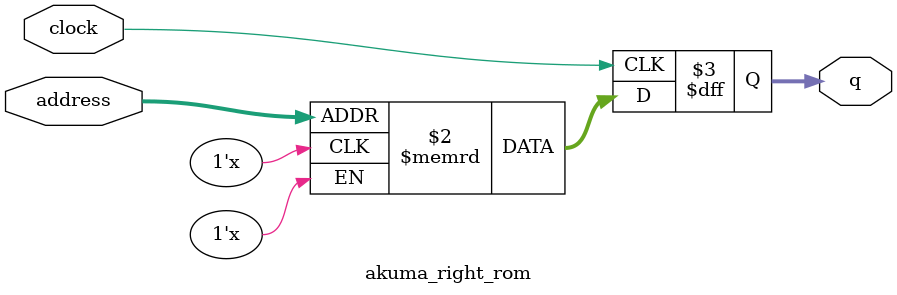
<source format=sv>
module akuma_right_rom (
	input logic clock,
	input logic [12:0] address,
	output logic [3:0] q
);

logic [3:0] memory [0:7799] /* synthesis ram_init_file = "./akuma_right/akuma_right.mif" */;

always_ff @ (posedge clock) begin
	q <= memory[address];
end

endmodule

</source>
